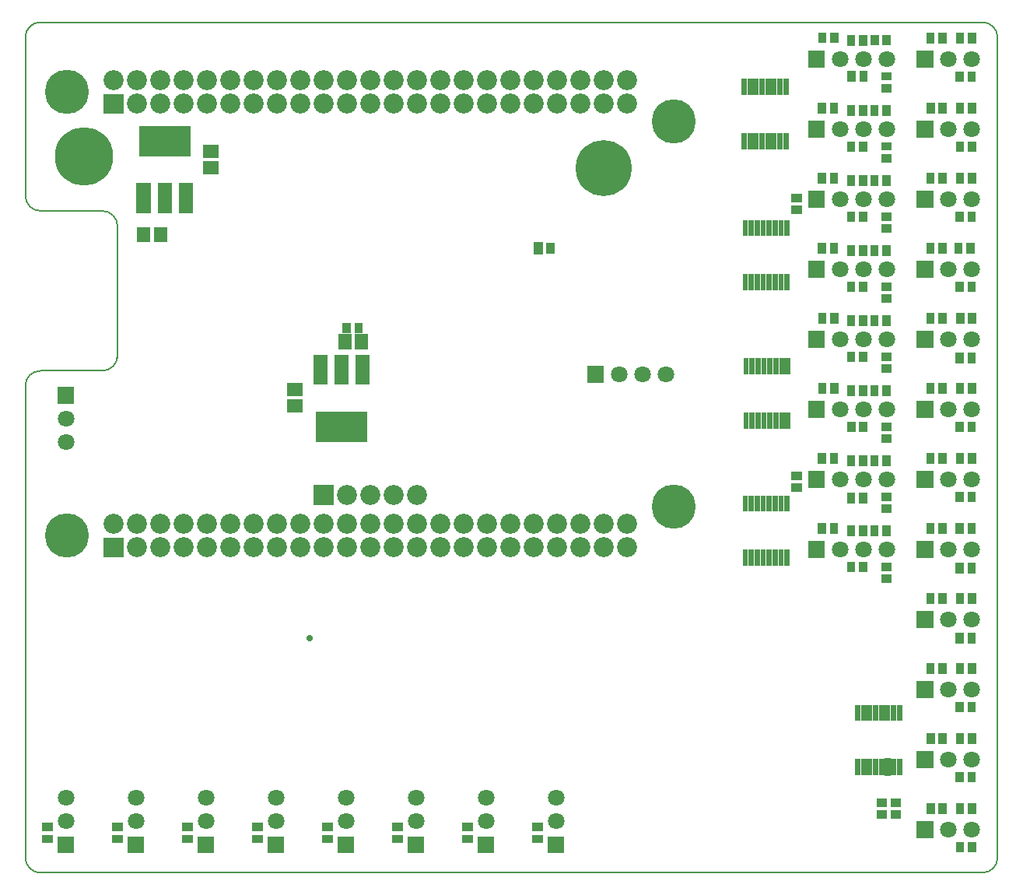
<source format=gbr>
G04 start of page 9 for group -4062 idx -4062 *
G04 Title: 971 BBB Cape, soldermask *
G04 Creator: pcb 20110918 *
G04 CreationDate: Sun Jan 19 01:17:08 2014 UTC *
G04 For: brians *
G04 Format: Gerber/RS-274X *
G04 PCB-Dimensions: 500000 400000 *
G04 PCB-Coordinate-Origin: lower left *
%MOIN*%
%FSLAX25Y25*%
%LNBOTTOMMASK*%
%ADD306R,0.0405X0.0405*%
%ADD305R,0.1280X0.1280*%
%ADD304R,0.0620X0.0620*%
%ADD303R,0.0572X0.0572*%
%ADD302R,0.0280X0.0280*%
%ADD301R,0.0355X0.0355*%
%ADD300R,0.0230X0.0230*%
%ADD299C,0.2500*%
%ADD298C,0.0860*%
%ADD297C,0.2400*%
%ADD296C,0.1890*%
%ADD295C,0.0001*%
%ADD294C,0.0710*%
%ADD293C,0.0250*%
%ADD292C,0.0080*%
G54D292*X68000Y42000D02*Y244000D01*
X74500Y250500D02*X101000D01*
X107500Y256000D02*Y312500D01*
X101000Y319000D02*X74500D01*
X68000Y325500D02*Y393300D01*
X484600D02*Y42000D01*
X479100Y35500D02*X73500D01*
G54D293*X189949Y136059D02*X189890Y136000D01*
G54D292*X74500Y399800D02*X478100D01*
X74500Y35500D02*G75*G02X68000Y42000I0J6500D01*G01*
Y244000D02*G75*G02X74500Y250500I6500J0D01*G01*
X107500Y257000D02*G75*G02X101000Y250500I-6500J0D01*G01*
Y319000D02*G75*G02X107500Y312500I0J-6500D01*G01*
X74500Y319000D02*G75*G02X68000Y325500I0J6500D01*G01*
X478100Y399800D02*G75*G02X484600Y393300I0J-6500D01*G01*
Y42000D02*G75*G02X478100Y35500I-6500J0D01*G01*
X68000Y393300D02*G75*G02X74500Y399800I6500J0D01*G01*
G54D294*X417000Y384000D03*
Y294000D03*
Y354000D03*
X427000Y384000D03*
Y294000D03*
Y354000D03*
G54D295*G36*
X403450Y357550D02*Y350450D01*
X410550D01*
Y357550D01*
X403450D01*
G37*
G54D296*X345799Y357329D03*
G54D297*X315799Y337329D03*
G54D296*X85799Y369829D03*
G54D298*X105799Y374829D03*
G54D295*G36*
X101499Y369129D02*Y360529D01*
X110099D01*
Y369129D01*
X101499D01*
G37*
G54D298*X115799Y374829D03*
Y364829D03*
X125799Y374829D03*
Y364829D03*
X135799Y374829D03*
Y364829D03*
G54D299*X93299Y342329D03*
G54D298*X145799Y374829D03*
Y364829D03*
X155799D03*
X165799D03*
X155799Y374829D03*
X165799D03*
X175799D03*
X185799D03*
X195799D03*
X205799D03*
X175799Y364829D03*
X185799D03*
X195799D03*
X205799D03*
X215799Y374829D03*
X225799D03*
X235799D03*
X215799Y364829D03*
X225799D03*
X235799D03*
X245799D03*
X255799D03*
X265799D03*
X245799Y374829D03*
X255799D03*
X265799D03*
X275799D03*
Y364829D03*
X285799Y374829D03*
X295799D03*
X305799D03*
X315799D03*
X325799D03*
X285799Y364829D03*
X295799D03*
X305799D03*
X315799D03*
X325799D03*
G54D295*G36*
X449950Y267550D02*Y260450D01*
X457050D01*
Y267550D01*
X449950D01*
G37*
G36*
Y207550D02*Y200450D01*
X457050D01*
Y207550D01*
X449950D01*
G37*
G36*
Y177550D02*Y170450D01*
X457050D01*
Y177550D01*
X449950D01*
G37*
G54D294*X463500Y264000D03*
Y204000D03*
Y174000D03*
Y144000D03*
Y114000D03*
Y84000D03*
X473500Y264000D03*
Y204000D03*
Y174000D03*
Y144000D03*
Y114000D03*
Y84000D03*
G54D295*G36*
X449950Y237550D02*Y230450D01*
X457050D01*
Y237550D01*
X449950D01*
G37*
G54D294*X463500Y234000D03*
X473500D03*
G54D295*G36*
X449950Y147550D02*Y140450D01*
X457050D01*
Y147550D01*
X449950D01*
G37*
G36*
Y117550D02*Y110450D01*
X457050D01*
Y117550D01*
X449950D01*
G37*
G36*
Y87550D02*Y80450D01*
X457050D01*
Y87550D01*
X449950D01*
G37*
G36*
Y57550D02*Y50450D01*
X457050D01*
Y57550D01*
X449950D01*
G37*
G54D294*X463500Y54000D03*
X473500D03*
G54D295*G36*
X449950Y327550D02*Y320450D01*
X457050D01*
Y327550D01*
X449950D01*
G37*
G54D294*X463500Y324000D03*
X473500D03*
G54D295*G36*
X449950Y297550D02*Y290450D01*
X457050D01*
Y297550D01*
X449950D01*
G37*
G54D294*X463500Y294000D03*
X473500D03*
X437000Y324000D03*
G54D295*G36*
X308891Y252550D02*Y245450D01*
X315991D01*
Y252550D01*
X308891D01*
G37*
G54D294*X322441Y249000D03*
X332441D03*
X342441D03*
G54D296*X345799Y192329D03*
G54D295*G36*
X449950Y387550D02*Y380450D01*
X457050D01*
Y387550D01*
X449950D01*
G37*
G54D294*X463500Y384000D03*
X473500D03*
G54D295*G36*
X403450Y387550D02*Y380450D01*
X410550D01*
Y387550D01*
X403450D01*
G37*
G36*
Y297550D02*Y290450D01*
X410550D01*
Y297550D01*
X403450D01*
G37*
G36*
Y327550D02*Y320450D01*
X410550D01*
Y327550D01*
X403450D01*
G37*
G54D294*X417000Y324000D03*
X427000D03*
G54D295*G36*
X449950Y357550D02*Y350450D01*
X457050D01*
Y357550D01*
X449950D01*
G37*
G54D294*X437000Y354000D03*
X463500D03*
X473500D03*
X437000Y384000D03*
Y174000D03*
Y204000D03*
Y234000D03*
Y264000D03*
Y294000D03*
G54D295*G36*
X403450Y177550D02*Y170450D01*
X410550D01*
Y177550D01*
X403450D01*
G37*
G36*
Y207550D02*Y200450D01*
X410550D01*
Y207550D01*
X403450D01*
G37*
G36*
Y237550D02*Y230450D01*
X410550D01*
Y237550D01*
X403450D01*
G37*
G36*
Y267550D02*Y260450D01*
X410550D01*
Y267550D01*
X403450D01*
G37*
G54D294*X417000Y174000D03*
Y204000D03*
Y234000D03*
Y264000D03*
X427000Y174000D03*
Y204000D03*
Y234000D03*
Y264000D03*
G54D295*G36*
X201891Y51050D02*Y43950D01*
X208991D01*
Y51050D01*
X201891D01*
G37*
G54D294*X205441Y57500D03*
Y67500D03*
G54D295*G36*
X231891Y51050D02*Y43950D01*
X238991D01*
Y51050D01*
X231891D01*
G37*
G54D294*X235441Y57500D03*
Y67500D03*
G54D295*G36*
X261891Y51050D02*Y43950D01*
X268991D01*
Y51050D01*
X261891D01*
G37*
G36*
X171891D02*Y43950D01*
X178991D01*
Y51050D01*
X171891D01*
G37*
G36*
X141891D02*Y43950D01*
X148991D01*
Y51050D01*
X141891D01*
G37*
G36*
X111891D02*Y43950D01*
X118991D01*
Y51050D01*
X111891D01*
G37*
G36*
X81891D02*Y43950D01*
X88991D01*
Y51050D01*
X81891D01*
G37*
G54D294*X265441Y57500D03*
X175441D03*
X145441D03*
X115441D03*
X85441D03*
X265441Y67500D03*
X175441D03*
G54D295*G36*
X291891Y51050D02*Y43950D01*
X298991D01*
Y51050D01*
X291891D01*
G37*
G54D294*X295441Y57500D03*
Y67500D03*
X145441D03*
X115441D03*
X85441D03*
G54D296*X85799Y179829D03*
G54D298*X105799Y184829D03*
G54D295*G36*
X101499Y179129D02*Y170529D01*
X110099D01*
Y179129D01*
X101499D01*
G37*
G54D298*X115799Y184829D03*
Y174829D03*
X125799Y184829D03*
Y174829D03*
G54D295*G36*
X81891Y243550D02*Y236450D01*
X88991D01*
Y243550D01*
X81891D01*
G37*
G54D294*X85441Y230000D03*
Y220000D03*
G54D298*X135799Y184829D03*
X145799D03*
X155799D03*
X135799Y174829D03*
X145799D03*
X155799D03*
X165799Y184829D03*
X175799D03*
X185799D03*
X195799D03*
X165799Y174829D03*
X175799D03*
X185799D03*
X195799D03*
G54D295*G36*
X191499Y201629D02*Y193029D01*
X200099D01*
Y201629D01*
X191499D01*
G37*
G54D298*X205799Y197329D03*
X215799D03*
X225799D03*
X235799D03*
X205799Y184829D03*
X215799D03*
X225799D03*
X205799Y174829D03*
X215799D03*
X225799D03*
X235799D03*
X245799D03*
X255799D03*
X235799Y184829D03*
X245799D03*
X255799D03*
X265799D03*
Y174829D03*
X275799Y184829D03*
X285799D03*
X295799D03*
X305799D03*
X315799D03*
X325799D03*
X275799Y174829D03*
X285799D03*
X295799D03*
X305799D03*
X315799D03*
X325799D03*
G54D300*X394397Y172689D02*Y168083D01*
X391838Y172689D02*Y168083D01*
X389279Y172689D02*Y168083D01*
X386720Y172689D02*Y168083D01*
X384162Y172689D02*Y168083D01*
X381603Y172689D02*Y168083D01*
X379044Y172689D02*Y168083D01*
X376485Y172689D02*Y168083D01*
G54D301*X461000Y153492D02*Y152508D01*
X473500Y166492D02*Y165508D01*
X468382Y166492D02*Y165508D01*
X468441Y153492D02*Y152508D01*
X455882Y153492D02*Y152508D01*
X426941Y166992D02*Y166008D01*
X421823Y166992D02*Y166008D01*
X436449Y166500D02*X437433D01*
X436449Y161382D02*X437433D01*
X473559Y153492D02*Y152508D01*
X461000Y123492D02*Y122508D01*
X455882Y123492D02*Y122508D01*
X473559Y123492D02*Y122508D01*
X468441Y123492D02*Y122508D01*
X473559Y93492D02*Y92508D01*
X468441Y93492D02*Y92508D01*
X461059Y93492D02*Y92508D01*
X455941Y93492D02*Y92508D01*
X473500Y106992D02*Y106008D01*
X468382Y106992D02*Y106008D01*
X473500Y136492D02*Y135508D01*
X468382Y136492D02*Y135508D01*
X286949Y49941D02*X287933D01*
X256949D02*X257933D01*
X226949D02*X227933D01*
X196949D02*X197933D01*
X166949D02*X167933D01*
X256949Y55059D02*X257933D01*
X226949D02*X227933D01*
X196949D02*X197933D01*
X166949D02*X167933D01*
X286949D02*X287933D01*
X434449Y65559D02*X435433D01*
X434449Y60441D02*X435433D01*
G54D300*X442559Y83075D02*Y78469D01*
X440000Y83075D02*Y78469D01*
G54D302*X437441Y83075D02*Y78469D01*
G54D300*X434882Y83075D02*Y78469D01*
X432324Y83075D02*Y78469D01*
X429765Y83075D02*Y78469D01*
X427206Y83075D02*Y78469D01*
X424647Y83075D02*Y78469D01*
G54D301*X440449Y65559D02*X441433D01*
X440449Y60441D02*X441433D01*
G54D300*X424647Y106303D02*Y101697D01*
X427206Y106303D02*Y101697D01*
X429765Y106303D02*Y101697D01*
X432324Y106303D02*Y101697D01*
X434882Y106303D02*Y101697D01*
X437441Y106303D02*Y101697D01*
X440000Y106303D02*Y101697D01*
X442559Y106303D02*Y101697D01*
G54D301*X461059Y63492D02*Y62508D01*
X455941Y63492D02*Y62508D01*
X468441Y63492D02*Y62508D01*
X473559Y46992D02*Y46008D01*
X468441Y46992D02*Y46008D01*
X473559Y63492D02*Y62508D01*
X473500Y76992D02*Y76008D01*
X468382Y76992D02*Y76008D01*
X461000Y393492D02*Y392508D01*
X455882Y393492D02*Y392508D01*
X461059Y363492D02*Y362508D01*
X473500Y376992D02*Y376008D01*
X468382Y376992D02*Y376008D01*
X468441Y363492D02*Y362508D01*
X468500Y346992D02*Y346008D01*
X455941Y363492D02*Y362508D01*
X461000Y333492D02*Y332508D01*
X455882Y333492D02*Y332508D01*
X473500Y316992D02*Y316008D01*
X468382Y316992D02*Y316008D01*
X468441Y333492D02*Y332508D01*
X473559Y393492D02*Y392508D01*
X468441Y393492D02*Y392508D01*
X427000Y392492D02*Y391508D01*
X426941Y346992D02*Y346008D01*
X427118Y377051D02*Y376067D01*
X421882Y392492D02*Y391508D01*
X421823Y346992D02*Y346008D01*
X422000Y377051D02*Y376067D01*
X427000Y362492D02*Y361508D01*
X421882Y362492D02*Y361508D01*
X414500Y363492D02*Y362508D01*
X409382Y363492D02*Y362508D01*
X437000Y362492D02*Y361508D01*
X431882Y362492D02*Y361508D01*
X436449Y346618D02*X437433D01*
X437059Y392610D02*Y391626D01*
X436449Y376618D02*X437433D01*
X436449Y371500D02*X437433D01*
X431941Y392610D02*Y391626D01*
X414559Y393610D02*Y392626D01*
X409441Y393610D02*Y392626D01*
X436449Y341500D02*X437433D01*
X427000Y332492D02*Y331508D01*
X437000Y332492D02*Y331508D01*
X431882Y332492D02*Y331508D01*
X426941Y316992D02*Y316008D01*
X421823Y316992D02*Y316008D01*
X436449Y316500D02*X437433D01*
X414500Y333492D02*Y332508D01*
X409382Y333492D02*Y332508D01*
X421882Y332492D02*Y331508D01*
X397949Y205559D02*X398933D01*
X397949Y200441D02*X398933D01*
G54D300*X376485Y195917D02*Y191311D01*
X379044Y195917D02*Y191311D01*
X381603Y195917D02*Y191311D01*
X384162Y195917D02*Y191311D01*
X386720Y195917D02*Y191311D01*
X389279Y195917D02*Y191311D01*
X391838Y195917D02*Y191311D01*
X394397Y195917D02*Y191311D01*
X394747Y231460D02*Y226854D01*
X392188Y231460D02*Y226854D01*
X389629Y231460D02*Y226854D01*
X387070Y231460D02*Y226854D01*
X384512Y231460D02*Y226854D01*
X381953Y231460D02*Y226854D01*
X379394Y231460D02*Y226854D01*
X376835Y231460D02*Y226854D01*
Y254688D02*Y250082D01*
X379394Y254688D02*Y250082D01*
X381953Y254688D02*Y250082D01*
X384512Y254688D02*Y250082D01*
X387070Y254688D02*Y250082D01*
G54D301*X461000Y213492D02*Y212508D01*
X455882Y213492D02*Y212508D01*
X461000Y243492D02*Y242508D01*
X455882Y243492D02*Y242508D01*
X468382Y226992D02*Y226008D01*
X468441Y243492D02*Y242508D01*
Y213492D02*Y212508D01*
X473500Y196992D02*Y196008D01*
Y183492D02*Y182508D01*
X468382Y196992D02*Y196008D01*
Y183492D02*Y182508D01*
X461000Y183492D02*Y182508D01*
X455882Y183492D02*Y182508D01*
X461000Y273492D02*Y272508D01*
Y303492D02*Y302508D01*
X455882Y273492D02*Y272508D01*
Y303492D02*Y302508D01*
X436508Y256559D02*X437492D01*
X436508Y251441D02*X437492D01*
X437000Y242492D02*Y241508D01*
X431882Y242492D02*Y241508D01*
X427059Y226992D02*Y226008D01*
X436508Y226559D02*X437492D01*
X436508Y221441D02*X437492D01*
X421941Y226992D02*Y226008D01*
X421823Y256992D02*Y256008D01*
X421882Y242492D02*Y241508D01*
X414559Y243492D02*Y242508D01*
X427000Y212492D02*Y211508D01*
X437000Y212492D02*Y211508D01*
X431882Y212492D02*Y211508D01*
X414500Y213492D02*Y212508D01*
X409382Y213492D02*Y212508D01*
X421882Y212492D02*Y211508D01*
X426941Y196492D02*Y195508D01*
X421823Y196492D02*Y195508D01*
X437000Y182492D02*Y181508D01*
X431882Y182492D02*Y181508D01*
X427000Y182492D02*Y181508D01*
X421882Y182492D02*Y181508D01*
X414500Y183492D02*Y182508D01*
X409382Y183492D02*Y182508D01*
X473500Y256492D02*Y255508D01*
X468382Y256492D02*Y255508D01*
X473677Y273492D02*Y272508D01*
X468559Y273492D02*Y272508D01*
X473500Y226992D02*Y226008D01*
X473559Y243492D02*Y242508D01*
Y213492D02*Y212508D01*
Y363492D02*Y362508D01*
Y333492D02*Y332508D01*
X473000Y303492D02*Y302508D01*
X473500Y286992D02*Y286008D01*
X468382Y286992D02*Y286008D01*
X467882Y303492D02*Y302508D01*
X473618Y346992D02*Y346008D01*
X436449Y311382D02*X437433D01*
X427000Y302492D02*Y301508D01*
X421882Y302492D02*Y301508D01*
X437000Y302492D02*Y301508D01*
X431882Y302492D02*Y301508D01*
X436508Y286559D02*X437492D01*
X414500Y303492D02*Y302508D01*
X409382Y303492D02*Y302508D01*
X426941Y286992D02*Y286008D01*
X427000Y272492D02*Y271508D01*
X426941Y256992D02*Y256008D01*
X427000Y242492D02*Y241508D01*
X421823Y286992D02*Y286008D01*
X421882Y272492D02*Y271508D01*
X414559Y273492D02*Y272508D01*
X409441Y273492D02*Y272508D01*
X436508Y281441D02*X437492D01*
X437000Y272492D02*Y271508D01*
X431882Y272492D02*Y271508D01*
X409441Y243492D02*Y242508D01*
X436508Y196559D02*X437492D01*
X436508Y191441D02*X437492D01*
G54D300*X388779Y374417D02*Y369811D01*
X391338Y374417D02*Y369811D01*
X393897Y374417D02*Y369811D01*
Y351189D02*Y346583D01*
X391338Y351189D02*Y346583D01*
X388779Y351189D02*Y346583D01*
X386220Y351189D02*Y346583D01*
Y374417D02*Y369811D01*
X383662Y351189D02*Y346583D01*
Y374417D02*Y369811D01*
X381103Y351189D02*Y346583D01*
X378544Y351189D02*Y346583D01*
X375985Y351189D02*Y346583D01*
Y374417D02*Y369811D01*
X378544Y374417D02*Y369811D01*
X381103Y374417D02*Y369811D01*
X389629Y254688D02*Y250082D01*
X392188Y254688D02*Y250082D01*
X391838Y290689D02*Y286083D01*
X394747Y254688D02*Y250082D01*
X394397Y290689D02*Y286083D01*
X389279Y290689D02*Y286083D01*
X386720Y290689D02*Y286083D01*
X384162Y290689D02*Y286083D01*
X381603Y290689D02*Y286083D01*
X379044Y290689D02*Y286083D01*
X376485Y290689D02*Y286083D01*
G54D301*X397949Y324559D02*X398933D01*
X397949Y319441D02*X398933D01*
G54D300*X384162Y313917D02*Y309311D01*
X386720Y313917D02*Y309311D01*
X381603Y313917D02*Y309311D01*
X376485Y313917D02*Y309311D01*
X379044Y313917D02*Y309311D01*
X389279Y313917D02*Y309311D01*
X391838Y313917D02*Y309311D01*
X394397Y313917D02*Y309311D01*
G54D303*X147048Y344543D02*X147834D01*
X147048Y337457D02*X147834D01*
G54D304*X136799Y327729D02*Y321129D01*
X127799Y327729D02*Y321129D01*
X118699Y327729D02*Y321129D01*
G54D305*X123299Y348829D02*X132299D01*
G54D303*X183148Y235357D02*X183934D01*
X183148Y242443D02*X183934D01*
G54D301*X205681Y269321D02*Y268337D01*
X210799Y269321D02*Y268337D01*
G54D303*X204998Y263293D02*Y262507D01*
X212084Y263293D02*Y262507D01*
G54D304*X194441Y254200D02*Y247600D01*
X203441Y254200D02*Y247600D01*
X212541Y254200D02*Y247600D01*
G54D305*X198941Y226500D02*X207941D01*
G54D303*X125885Y309222D02*Y308436D01*
X118799Y309222D02*Y308436D01*
G54D301*X76949Y49941D02*X77933D01*
X106949D02*X107933D01*
X76949Y55059D02*X77933D01*
X106949D02*X107933D01*
X136949Y49941D02*X137933D01*
X136949Y55059D02*X137933D01*
G54D306*X287917Y303449D02*Y302465D01*
G54D301*X293035Y303449D02*Y302465D01*
M02*

</source>
